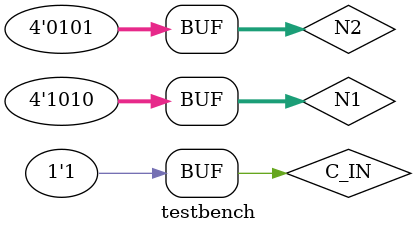
<source format=v>
`timescale 1ns / 1ps


module testbench; 

    reg[3:0] N1, N2; 
    reg C_IN; 

    wire [3:0]SUM; 
    wire C_OUT; 

    fullAdder4Bit_s FA4(SUM, C_OUT, N1, N2, C_IN); 
    //what we are monitoring in the test bench 
    initial begin

        $monitor($time, "N1 = %b, N2 = %b, C_IN = %b, C_OUT = %b, SUM = %b\n", N1, N2, C_IN,C_OUT, SUM); 

    end
    //What is changing in module, varying the inputs after certain delay and watching output 
    initial begin

        N1 = 4'd0; N2 = 4'd0; C_IN = 1'd0; 
        #5 N1 = 4'd3; N2 = 4'd4;         
        #5 N1 = 4'd2; N2 = 4'd5;         
        #5 N1 = 4'd9; N2 = 4'd9; 
        #5 N1 = 4'd10; N2 = 4'd15; 
        #5 N1 = 4'd10; N2 = 4'd5; C_IN = 1'd1;  

    end
    
endmodule

</source>
